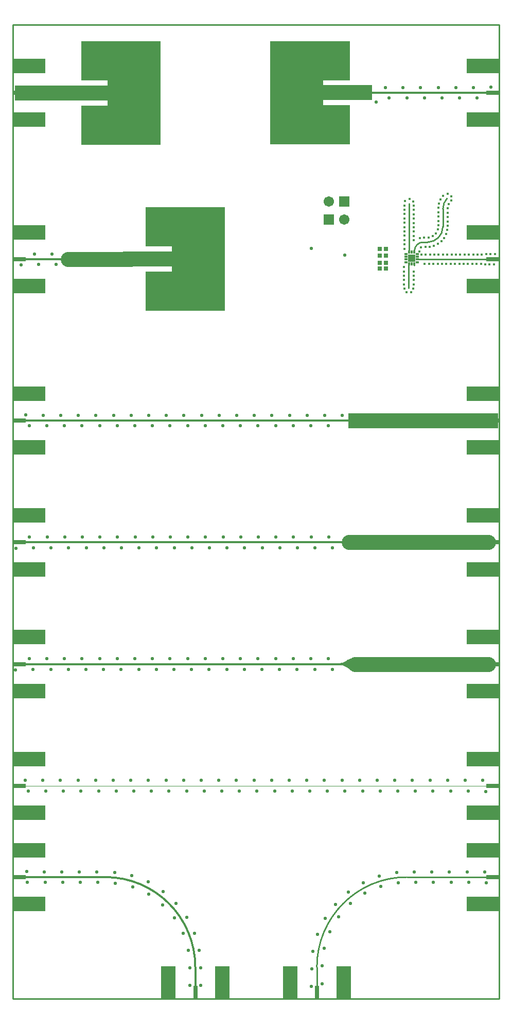
<source format=gts>
G04*
G04 #@! TF.GenerationSoftware,Altium Limited,Altium Designer,19.1.8 (144)*
G04*
G04 Layer_Color=8388736*
%FSLAX25Y25*%
%MOIN*%
G70*
G01*
G75*
%ADD13C,0.01000*%
%ADD14C,0.01128*%
%ADD15C,0.01155*%
%ADD16C,0.01372*%
%ADD17C,0.09714*%
%ADD18C,0.00300*%
%ADD19R,0.03162X0.02769*%
%ADD20R,0.01587X0.02355*%
%ADD21R,0.02355X0.01587*%
%ADD22R,0.04737X0.04737*%
%ADD23R,0.20800X0.09800*%
%ADD24R,0.08300X0.02800*%
%ADD25R,0.09800X0.20800*%
%ADD26R,0.02800X0.08300*%
%ADD27R,0.06299X0.09714*%
%ADD28R,0.06000X0.09714*%
%ADD29R,0.06706X0.06706*%
%ADD30C,0.06706*%
%ADD31C,0.01600*%
%ADD32C,0.02200*%
%ADD33C,0.02300*%
G36*
X211890Y217221D02*
X212424Y217253D01*
X212988Y217348D01*
X213583Y217506D01*
X214208Y217727D01*
X214863Y218012D01*
X215548Y218360D01*
X217010Y219246D01*
X217786Y219783D01*
X218592Y220384D01*
Y212687D01*
X217786Y213288D01*
X216264Y214300D01*
X215548Y214711D01*
X214208Y215343D01*
X213583Y215565D01*
X212988Y215723D01*
X212424Y215818D01*
X211890Y215849D01*
Y217221D01*
D02*
G37*
G36*
X314420Y368970D02*
X217271D01*
Y378684D01*
X314420D01*
Y368970D01*
D02*
G37*
G36*
X137313Y445110D02*
X85843D01*
Y470450D01*
X103000D01*
Y473683D01*
X71343D01*
Y483383D01*
X103000D01*
X103000Y486617D01*
X85843D01*
Y511957D01*
X137313D01*
Y445110D01*
D02*
G37*
G36*
X95611Y552515D02*
X44141D01*
Y577855D01*
X61298D01*
Y581088D01*
X1111D01*
Y590789D01*
X61298D01*
X61298Y594022D01*
X44141D01*
Y619362D01*
X95611D01*
Y552515D01*
D02*
G37*
G36*
X218157Y594167D02*
X201000D01*
Y590933D01*
X232657D01*
Y581233D01*
X201000D01*
X201000Y578000D01*
X218157D01*
Y552660D01*
X166687D01*
Y619507D01*
X218157D01*
Y594167D01*
D02*
G37*
D13*
X0Y629921D02*
X0Y0D01*
X0Y629921D02*
X314961Y629921D01*
X314961Y0D01*
X0D02*
X314961D01*
D14*
X281246Y517783D02*
G03*
X278500Y510900I7254J-6883D01*
G01*
X268500Y489400D02*
G03*
X278500Y499400I0J10000D01*
G01*
X265700Y489400D02*
G03*
X260072Y483772I0J-5628D01*
G01*
X278500Y499400D02*
Y510900D01*
X265700Y489400D02*
X268500D01*
X260072Y482950D02*
Y483772D01*
X256528Y482950D02*
Y514458D01*
X256428Y459700D02*
Y475454D01*
X260072Y474500D02*
Y475450D01*
X262050Y478346D02*
X310611D01*
D15*
X255102Y78740D02*
G03*
X196850Y20488I0J-58252D01*
G01*
X255102Y78740D02*
X310910D01*
X196850Y4350D02*
Y20488D01*
D16*
X118110Y20458D02*
G03*
X59828Y78740I-58283J0D01*
G01*
X231300Y586016D02*
X310611Y586016D01*
X4334Y478425D02*
X35425D01*
X4350Y374016D02*
X217271D01*
X4350Y295276D02*
X215650D01*
X1300Y216535D02*
X221555Y216535D01*
X118110Y4350D02*
Y20458D01*
X4350Y78740D02*
X59828D01*
D17*
X35500Y478533D02*
X76100D01*
X221555Y216535D02*
X308071Y216535D01*
X217717Y295276D02*
X308071D01*
D18*
X4350Y137795D02*
X310611D01*
D19*
X241568Y484900D02*
D03*
X237632D02*
D03*
X241568Y480800D02*
D03*
X237632D02*
D03*
X241469Y472400D02*
D03*
X237531D02*
D03*
X241469Y476200D02*
D03*
X237531D02*
D03*
D20*
X260072Y482950D02*
D03*
X258300D02*
D03*
X256528D02*
D03*
Y475450D02*
D03*
X258300D02*
D03*
X260072D02*
D03*
D21*
X254550Y481857D02*
D03*
Y480086D02*
D03*
Y478314D02*
D03*
Y476543D02*
D03*
X262050D02*
D03*
Y478314D02*
D03*
Y480086D02*
D03*
Y481857D02*
D03*
D22*
X258300Y479200D02*
D03*
D23*
X304361Y495747D02*
D03*
Y460947D02*
D03*
X10600Y356616D02*
D03*
Y391416D02*
D03*
X304361D02*
D03*
Y356616D02*
D03*
X304361Y603416D02*
D03*
Y568616D02*
D03*
X10600Y568615D02*
D03*
Y603415D02*
D03*
X10600Y277876D02*
D03*
Y312676D02*
D03*
X304361Y233935D02*
D03*
Y199135D02*
D03*
X304361Y155195D02*
D03*
Y120395D02*
D03*
X304361Y96140D02*
D03*
Y61340D02*
D03*
X10600D02*
D03*
Y96140D02*
D03*
X304361Y312676D02*
D03*
Y277876D02*
D03*
X10600Y199135D02*
D03*
Y233935D02*
D03*
Y120395D02*
D03*
Y155195D02*
D03*
X10600Y461025D02*
D03*
Y495825D02*
D03*
D24*
X310611Y478346D02*
D03*
X4350Y374016D02*
D03*
X310611D02*
D03*
X310611Y586016D02*
D03*
X4350Y586015D02*
D03*
X4350Y295276D02*
D03*
X310611Y216535D02*
D03*
X310611Y137795D02*
D03*
X310611Y78740D02*
D03*
X4350D02*
D03*
X310611Y295276D02*
D03*
X4350Y216535D02*
D03*
Y137795D02*
D03*
X4350Y478425D02*
D03*
D25*
X214250Y10600D02*
D03*
X179450D02*
D03*
X135510D02*
D03*
X100710D02*
D03*
D26*
X196850Y4350D02*
D03*
X118110D02*
D03*
D27*
X79500Y478532D02*
D03*
D28*
X229680Y586083D02*
D03*
X220100Y373800D02*
D03*
D29*
X214600Y515800D02*
D03*
X204600Y503900D02*
D03*
D30*
Y515800D02*
D03*
X214600Y503900D02*
D03*
D31*
X312103Y481793D02*
D03*
X309303D02*
D03*
X306504Y481722D02*
D03*
X303722Y481404D02*
D03*
X300922D02*
D03*
X298122D02*
D03*
X295322D02*
D03*
X292522D02*
D03*
X289722D02*
D03*
X286922D02*
D03*
X284122D02*
D03*
X281322D02*
D03*
X278522D02*
D03*
X275722D02*
D03*
X272922D02*
D03*
X270122D02*
D03*
X267322D02*
D03*
X264522D02*
D03*
X266716Y475289D02*
D03*
X269516D02*
D03*
X272316D02*
D03*
X275116D02*
D03*
X277916D02*
D03*
X280716D02*
D03*
X283516D02*
D03*
X286316D02*
D03*
X289116D02*
D03*
X291916D02*
D03*
X294716D02*
D03*
X297516D02*
D03*
X300316D02*
D03*
X303116D02*
D03*
X305909Y475096D02*
D03*
X308702Y474899D02*
D03*
X311502D02*
D03*
X278553Y519288D02*
D03*
X276968Y516980D02*
D03*
X275952Y514371D02*
D03*
X275504Y511607D02*
D03*
X275442Y508808D02*
D03*
Y506007D02*
D03*
Y503207D02*
D03*
Y500408D02*
D03*
X275210Y497617D02*
D03*
X273958Y495113D02*
D03*
X271819Y493306D02*
D03*
X269140Y492491D02*
D03*
X266340Y492458D02*
D03*
X263557Y492150D02*
D03*
X263129Y483523D02*
D03*
X264407Y486015D02*
D03*
X267187Y486342D02*
D03*
X269985Y486465D02*
D03*
X272720Y487065D02*
D03*
X275245Y488274D02*
D03*
X277481Y489959D02*
D03*
X279286Y492100D02*
D03*
X280587Y494580D02*
D03*
X281350Y497273D02*
D03*
X281558Y500066D02*
D03*
Y502866D02*
D03*
Y505666D02*
D03*
Y508466D02*
D03*
X281564Y511266D02*
D03*
X282275Y513974D02*
D03*
X283850Y516289D02*
D03*
X283965Y519087D02*
D03*
X281712Y520748D02*
D03*
X253910Y515938D02*
D03*
X253471Y513173D02*
D03*
Y510373D02*
D03*
Y507573D02*
D03*
Y504773D02*
D03*
Y501973D02*
D03*
Y499173D02*
D03*
Y496373D02*
D03*
Y493573D02*
D03*
Y490773D02*
D03*
Y487973D02*
D03*
Y485173D02*
D03*
X259586Y490626D02*
D03*
Y493427D02*
D03*
Y496227D02*
D03*
Y499026D02*
D03*
Y501826D02*
D03*
Y504627D02*
D03*
Y507427D02*
D03*
Y510226D02*
D03*
Y513027D02*
D03*
X259230Y515804D02*
D03*
X256952Y517431D02*
D03*
X253371Y473338D02*
D03*
Y470538D02*
D03*
Y467738D02*
D03*
Y464938D02*
D03*
Y462138D02*
D03*
X253443Y459339D02*
D03*
X255026Y457030D02*
D03*
X257826Y457027D02*
D03*
X259413Y459334D02*
D03*
X259486Y462133D02*
D03*
Y464933D02*
D03*
Y467733D02*
D03*
Y470533D02*
D03*
D32*
X214800Y481200D02*
D03*
X193400Y485300D02*
D03*
X235200Y580200D02*
D03*
X243764Y582593D02*
D03*
X255164D02*
D03*
X266564D02*
D03*
X277964D02*
D03*
X289364D02*
D03*
X300764D02*
D03*
X309646Y589739D02*
D03*
X298250Y589438D02*
D03*
X286850D02*
D03*
X275450D02*
D03*
X264050D02*
D03*
X252650D02*
D03*
X241250D02*
D03*
X25419Y481848D02*
D03*
X14019D02*
D03*
X5137Y474702D02*
D03*
X16533Y475002D02*
D03*
X27933D02*
D03*
X122119Y377438D02*
D03*
X65119D02*
D03*
X181509Y370593D02*
D03*
X53719Y377438D02*
D03*
X110719D02*
D03*
X192909Y370593D02*
D03*
X10509D02*
D03*
X201919Y377438D02*
D03*
X133519D02*
D03*
X33309Y370593D02*
D03*
X144919Y377438D02*
D03*
X167719D02*
D03*
X78909Y370593D02*
D03*
X30919Y377438D02*
D03*
X179119D02*
D03*
X42319D02*
D03*
X170109Y370593D02*
D03*
X87919Y377438D02*
D03*
X156319D02*
D03*
X190519D02*
D03*
X113109Y370593D02*
D03*
X67509D02*
D03*
X44709D02*
D03*
X21909D02*
D03*
X213319Y377438D02*
D03*
X101709Y370593D02*
D03*
X90309D02*
D03*
X8123Y377736D02*
D03*
X19519Y377438D02*
D03*
X135909Y370593D02*
D03*
X99319Y377438D02*
D03*
X147309Y370593D02*
D03*
X204309D02*
D03*
X124509D02*
D03*
X56109D02*
D03*
X76519Y377438D02*
D03*
X158709Y370593D02*
D03*
X204326Y219958D02*
D03*
X192926D02*
D03*
X181526D02*
D03*
X170126D02*
D03*
X158726D02*
D03*
X147326D02*
D03*
X135926D02*
D03*
X124526D02*
D03*
X113126D02*
D03*
X101726D02*
D03*
X90326D02*
D03*
X78926D02*
D03*
X67526D02*
D03*
X56126D02*
D03*
X44726D02*
D03*
X33326D02*
D03*
X21926D02*
D03*
X10526D02*
D03*
X1644Y212812D02*
D03*
X13040Y213113D02*
D03*
X24440D02*
D03*
X35840D02*
D03*
X47240D02*
D03*
X58640D02*
D03*
X70040D02*
D03*
X81440D02*
D03*
X92840D02*
D03*
X104240D02*
D03*
X115640D02*
D03*
X127040D02*
D03*
X138440D02*
D03*
X149840D02*
D03*
X161240D02*
D03*
X172640D02*
D03*
X184040D02*
D03*
X195440D02*
D03*
X206840D02*
D03*
X204545Y298698D02*
D03*
X193145D02*
D03*
X181745D02*
D03*
X170345D02*
D03*
X158945D02*
D03*
X147545D02*
D03*
X136145D02*
D03*
X124745D02*
D03*
X113345D02*
D03*
X101945D02*
D03*
X90545D02*
D03*
X79145D02*
D03*
X67745D02*
D03*
X56345D02*
D03*
X44945D02*
D03*
X33545D02*
D03*
X22145D02*
D03*
X10745D02*
D03*
X1863Y291552D02*
D03*
X13259Y291853D02*
D03*
X24659D02*
D03*
X36059D02*
D03*
X47459D02*
D03*
X58859D02*
D03*
X70259D02*
D03*
X81659D02*
D03*
X93059D02*
D03*
X104459D02*
D03*
X115859D02*
D03*
X127259D02*
D03*
X138659D02*
D03*
X150059D02*
D03*
X161459D02*
D03*
X172859D02*
D03*
X184259D02*
D03*
X195659D02*
D03*
X207059D02*
D03*
X305552Y82089D02*
D03*
X294152D02*
D03*
X282752D02*
D03*
X271352D02*
D03*
X259952D02*
D03*
X248559Y81696D02*
D03*
X237383Y79445D02*
D03*
X226807Y75190D02*
D03*
X217228Y69010D02*
D03*
X208918Y61205D02*
D03*
X202199Y51995D02*
D03*
X197318Y41693D02*
D03*
X194371Y30681D02*
D03*
X193502Y19314D02*
D03*
X193127Y7920D02*
D03*
X200199Y9891D02*
D03*
X200190Y21291D02*
D03*
X201537Y32611D02*
D03*
X205212Y43403D02*
D03*
X211000Y53224D02*
D03*
X218715Y61617D02*
D03*
X227998Y68233D02*
D03*
X238431Y72829D02*
D03*
X249598Y75121D02*
D03*
X260995Y75392D02*
D03*
X272395D02*
D03*
X283795D02*
D03*
X295195D02*
D03*
X306591Y75092D02*
D03*
X9393Y75317D02*
D03*
X20793D02*
D03*
X32193D02*
D03*
X43593D02*
D03*
X54993D02*
D03*
X66385Y74888D02*
D03*
X77504Y72372D02*
D03*
X87855Y67596D02*
D03*
X96984Y60769D02*
D03*
X104535Y52227D02*
D03*
X110129Y42294D02*
D03*
X113545Y31418D02*
D03*
X114688Y20076D02*
D03*
X114463Y8678D02*
D03*
X121758Y8677D02*
D03*
X121533Y20075D02*
D03*
X120545Y31432D02*
D03*
X117484Y42413D02*
D03*
X112492Y52662D02*
D03*
X105645Y61777D02*
D03*
X97262Y69503D02*
D03*
X87616Y75579D02*
D03*
X76993Y79715D02*
D03*
X65799Y81873D02*
D03*
X54403Y82163D02*
D03*
X43003D02*
D03*
X31603D02*
D03*
X20203D02*
D03*
X8805Y82371D02*
D03*
X304321Y141355D02*
D03*
X292920D02*
D03*
X281521D02*
D03*
X270121D02*
D03*
X258720D02*
D03*
X247321D02*
D03*
X235921D02*
D03*
X224520D02*
D03*
X213121D02*
D03*
X201720D02*
D03*
X190321D02*
D03*
X178920D02*
D03*
X167520D02*
D03*
X156121D02*
D03*
X144720D02*
D03*
X133320D02*
D03*
X121921D02*
D03*
X110521D02*
D03*
X99120D02*
D03*
X87721D02*
D03*
X76320D02*
D03*
X64921D02*
D03*
X53521D02*
D03*
X42121D02*
D03*
X30720D02*
D03*
X19320D02*
D03*
X7922Y141519D02*
D03*
X9892Y134235D02*
D03*
X21292D02*
D03*
X32692D02*
D03*
X44092D02*
D03*
X55492D02*
D03*
X66892D02*
D03*
X78292D02*
D03*
X89692D02*
D03*
X101092D02*
D03*
X112492D02*
D03*
X123892D02*
D03*
X135292D02*
D03*
X146692D02*
D03*
X158092D02*
D03*
X169492D02*
D03*
X180892D02*
D03*
X192292D02*
D03*
X203692D02*
D03*
X215092D02*
D03*
X226492D02*
D03*
X237892D02*
D03*
X249292D02*
D03*
X260692D02*
D03*
X272092D02*
D03*
X283492D02*
D03*
X294892D02*
D03*
X306292Y134147D02*
D03*
D33*
X304361Y277876D02*
D03*
M02*

</source>
